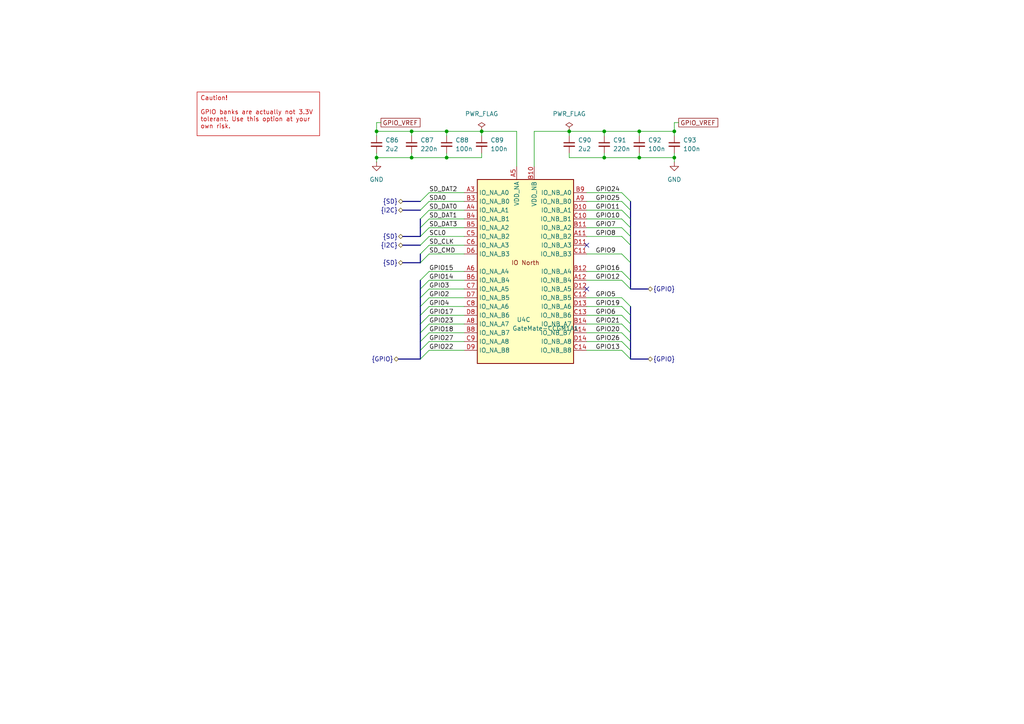
<source format=kicad_sch>
(kicad_sch (version 20250114) (generator "eeschema") (generator_version "9.0")
  (paper "A4")
  (title_block (title "${project_name}") (date "2025-06-24") (rev "${project_version}") (company "${project_creator}") (comment 1 "${project_license}"))
  (lib_symbols
    (symbol "Device:C_Small" (pin_numbers (hide yes)) (pin_names (offset 0.254) (hide yes))
      (property "Reference" "C" (at 0.254 1.778 0))
      (property "Value" "C_Small" (at 0.254 -2.032 0))
      (symbol "C_Small_0_1"
        (polyline (pts (xy -1.524 0.508) (xy 1.524 0.508)) (stroke (width 0.3048)))
        (polyline (pts (xy -1.524 -0.508) (xy 1.524 -0.508)) (stroke (width 0.3302)))
      )
      (symbol "C_Small_1_1"
        (pin passive line (at 0 2.54 270) (length 2.032) (name "~") (number "1"))
        (pin passive line (at 0 -2.54 90) (length 2.032) (name "~") (number "2"))
      )
    )
    (symbol "FPGA_CologneChip_GateMate:CCGM1A1"
      (property "Reference" "U4" (at -2.54 -13.97 0))
      (property "Value" "CCGM1A1" (at -3.81 -16.51 0))
      (symbol "CCGM1A1_1_1"
        (rectangle (start -11.43 7.62) (end 11.43 -7.62) (stroke (width 0.254)) (fill (type background)))
        (text "SERDES" (at 0 0 0) (effects (font (size 1.27 1.27))))
        (pin input line (at -15.24 5.08 0) (length 3.81) (name "SER_RX_P") (number "U11"))
        (pin input line (at -15.24 2.54 0) (length 3.81) (name "SER_RX_N") (number "V11"))
        (pin output line (at 15.24 5.08 180) (length 3.81) (name "SER_TX_P") (number "U13"))
        (pin output line (at 15.24 2.54 180) (length 3.81) (name "SER_TX_N") (number "V13"))
        (pin passive line (at 15.24 -5.08 180) (length 3.81) (name "SER_RTERM") (number "V12"))
      )
      (symbol "CCGM1A1_2_1"
        (rectangle (start 24.13 21.59) (end -24.13 -21.59) (stroke (width 0.254)) (fill (type background)))
        (text "CONFIGURATION" (at -11.43 6.35 0) (effects (font (size 1.27 1.27))))
        (pin bidirectional line (at -27.94 17.78 0) (length 3.81) (name "CFG_MD0/IO_WA_A0") (number "R5"))
        (pin bidirectional line (at -27.94 15.24 0) (length 3.81) (name "CFG_MD1/IO_WA_B0") (number "T5"))
        (pin bidirectional line (at -27.94 12.7 0) (length 3.81) (name "CFG_MD2/IO_WA_A1") (number "U4"))
        (pin bidirectional line (at -27.94 10.16 0) (length 3.81) (name "CFG_MD3/IO_WA_B1") (number "V4"))
        (pin bidirectional line (at -27.94 2.54 0) (length 3.81) (name "JTAG_TCK/IO_WA_A5") (number "R3"))
        (pin bidirectional line (at -27.94 0 0) (length 3.81) (name "JTAG_TMS/IO_WA_B4") (number "T3"))
        (pin bidirectional line (at -27.94 -2.54 0) (length 3.81) (name "JTAG_TDI/IO_WA_A4") (number "T2"))
        (pin bidirectional line (at -27.94 -5.08 0) (length 3.81) (name "JTAG_TDO/IO_WA_B3") (number "U2"))
        (pin bidirectional line (at -27.94 -12.7 0) (length 3.81) (name "POR_EN/IO_WA_A3") (number "U1"))
        (pin power_in line (at 0 25.4 270) (length 3.81) (name "VDD_WA") (number "N5"))
        (pin passive line (at 0 25.4 270) (length 3.81) (hide yes) (name "VDD_WA") (number "P3"))
        (pin passive line (at 0 25.4 270) (length 3.81) (hide yes) (name "VDD_WA") (number "P5"))
        (pin passive line (at 0 25.4 270) (length 3.81) (hide yes) (name "VDD_WA") (number "T1"))
        (pin passive line (at 0 25.4 270) (length 3.81) (hide yes) (name "VDD_WA") (number "U3"))
        (pin bidirectional line (at 27.94 17.78 180) (length 3.81) (name "IO_WA_A2/~{CFG_FAILED}") (number "V2"))
        (pin bidirectional line (at 27.94 15.24 180) (length 3.81) (name "IO_WA_B2/CFG_DONE") (number "V3"))
        (pin bidirectional line (at 27.94 7.62 180) (length 3.81) (name "IO_WA_B7/SPI_D0") (number "P2"))
        (pin bidirectional line (at 27.94 5.08 180) (length 3.81) (name "IO_WA_A7/SPI_D1") (number "P1"))
        (pin bidirectional line (at 27.94 2.54 180) (length 3.81) (name "IO_WA_B6/SPI_D2") (number "R2"))
        (pin bidirectional line (at 27.94 0 180) (length 3.81) (name "IO_WA_A6/SPI_D3") (number "R1"))
        (pin bidirectional line (at 27.94 -7.62 180) (length 3.81) (name "IO_WA_A8/~{SPI_CS}") (number "N3"))
        (pin bidirectional line (at 27.94 -10.16 180) (length 3.81) (name "IO_WA_B8/SPI_CLK") (number "N4"))
        (pin bidirectional line (at 27.94 -15.24 180) (length 3.81) (name "IO_WA_B5/SPI_FWD") (number "R4"))
      )
      (symbol "CCGM1A1_3_1"
        (rectangle (start -13.97 -26.67) (end 13.97 26.67) (stroke (width 0.254)) (fill (type background)))
        (text "IO North" (at 0 2.54 0) (effects (font (size 1.27 1.27))))
        (pin bidirectional line (at -17.78 22.86 0) (length 3.81) (name "IO_NA_A0") (number "A3"))
        (pin bidirectional line (at -17.78 20.32 0) (length 3.81) (name "IO_NA_B0") (number "B3"))
        (pin bidirectional line (at -17.78 17.78 0) (length 3.81) (name "IO_NA_A1") (number "A4"))
        (pin bidirectional line (at -17.78 15.24 0) (length 3.81) (name "IO_NA_B1") (number "B4"))
        (pin bidirectional line (at -17.78 12.7 0) (length 3.81) (name "IO_NA_A2") (number "B5"))
        (pin bidirectional line (at -17.78 10.16 0) (length 3.81) (name "IO_NA_B2") (number "C5"))
        (pin bidirectional line (at -17.78 7.62 0) (length 3.81) (name "IO_NA_A3") (number "C6"))
        (pin bidirectional line (at -17.78 5.08 0) (length 3.81) (name "IO_NA_B3") (number "D6"))
        (pin bidirectional line (at -17.78 0 0) (length 3.81) (name "IO_NA_A4") (number "A6"))
        (pin bidirectional line (at -17.78 -2.54 0) (length 3.81) (name "IO_NA_B4") (number "B6"))
        (pin bidirectional line (at -17.78 -5.08 0) (length 3.81) (name "IO_NA_A5") (number "C7"))
        (pin bidirectional line (at -17.78 -7.62 0) (length 3.81) (name "IO_NA_B5") (number "D7"))
        (pin bidirectional line (at -17.78 -10.16 0) (length 3.81) (name "IO_NA_A6") (number "C8"))
        (pin bidirectional line (at -17.78 -12.7 0) (length 3.81) (name "IO_NA_B6") (number "D8"))
        (pin bidirectional line (at -17.78 -15.24 0) (length 3.81) (name "IO_NA_A7") (number "A8"))
        (pin bidirectional line (at -17.78 -17.78 0) (length 3.81) (name "IO_NA_B7") (number "B8"))
        (pin bidirectional line (at -17.78 -20.32 0) (length 3.81) (name "IO_NA_A8") (number "C9"))
        (pin bidirectional line (at -17.78 -22.86 0) (length 3.81) (name "IO_NA_B8") (number "D9"))
        (pin power_in line (at -2.54 30.48 270) (length 3.81) (name "VDD_NA") (number "A5"))
        (pin passive line (at -2.54 30.48 270) (length 3.81) (hide yes) (name "VDD_NA") (number "B7"))
        (pin passive line (at -2.54 30.48 270) (length 3.81) (hide yes) (name "VDD_NA") (number "E6"))
        (pin passive line (at -2.54 30.48 270) (length 3.81) (hide yes) (name "VDD_NA") (number "E8"))
        (pin passive line (at -2.54 30.48 270) (length 3.81) (hide yes) (name "VDD_NA") (number "F7"))
        (pin power_in line (at 2.54 30.48 270) (length 3.81) (name "VDD_NB") (number "B10"))
        (pin passive line (at 2.54 30.48 270) (length 3.81) (hide yes) (name "VDD_NB") (number "B13"))
        (pin passive line (at 2.54 30.48 270) (length 3.81) (hide yes) (name "VDD_NB") (number "E10"))
        (pin passive line (at 2.54 30.48 270) (length 3.81) (hide yes) (name "VDD_NB") (number "E12"))
        (pin passive line (at 2.54 30.48 270) (length 3.81) (hide yes) (name "VDD_NB") (number "F11"))
        (pin bidirectional line (at 17.78 22.86 180) (length 3.81) (name "IO_NB_A0") (number "B9"))
        (pin bidirectional line (at 17.78 20.32 180) (length 3.81) (name "IO_NB_B0") (number "A9"))
        (pin bidirectional line (at 17.78 17.78 180) (length 3.81) (name "IO_NB_A1") (number "D10"))
        (pin bidirectional line (at 17.78 15.24 180) (length 3.81) (name "IO_NB_B1") (number "C10"))
        (pin bidirectional line (at 17.78 12.7 180) (length 3.81) (name "IO_NB_A2") (number "B11"))
        (pin bidirectional line (at 17.78 10.16 180) (length 3.81) (name "IO_NB_B2") (number "A11"))
        (pin bidirectional line (at 17.78 7.62 180) (length 3.81) (name "IO_NB_A3") (number "D11"))
        (pin bidirectional line (at 17.78 5.08 180) (length 3.81) (name "IO_NB_B3") (number "C11"))
        (pin bidirectional line (at 17.78 0 180) (length 3.81) (name "IO_NB_A4") (number "B12"))
        (pin bidirectional line (at 17.78 -2.54 180) (length 3.81) (name "IO_NB_B4") (number "A12"))
        (pin bidirectional line (at 17.78 -5.08 180) (length 3.81) (name "IO_NB_A5") (number "D12"))
        (pin bidirectional line (at 17.78 -7.62 180) (length 3.81) (name "IO_NB_B5") (number "C12"))
        (pin bidirectional line (at 17.78 -10.16 180) (length 3.81) (name "IO_NB_A6") (number "D13"))
        (pin bidirectional line (at 17.78 -12.7 180) (length 3.81) (name "IO_NB_B6") (number "C13"))
        (pin bidirectional line (at 17.78 -15.24 180) (length 3.81) (name "IO_NB_A7") (number "B14"))
        (pin bidirectional line (at 17.78 -17.78 180) (length 3.81) (name "IO_NB_B7") (number "A14"))
        (pin bidirectional line (at 17.78 -20.32 180) (length 3.81) (name "IO_NB_A8") (number "D14"))
        (pin bidirectional line (at 17.78 -22.86 180) (length 3.81) (name "IO_NB_B8") (number "C14"))
      )
      (symbol "CCGM1A1_4_1"
        (rectangle (start -13.97 -26.67) (end 13.97 26.67) (stroke (width 0.254)) (fill (type background)))
        (text "IO East" (at 0 2.54 0) (effects (font (size 1.27 1.27))))
        (pin bidirectional line (at -17.78 22.86 0) (length 3.81) (name "IO_EA_A0") (number "M15"))
        (pin bidirectional line (at -17.78 20.32 0) (length 3.81) (name "IO_EA_B0") (number "M14"))
        (pin bidirectional line (at -17.78 17.78 0) (length 3.81) (name "IO_EA_A1") (number "L16"))
        (pin bidirectional line (at -17.78 15.24 0) (length 3.81) (name "IO_EA_B1") (number "L15"))
        (pin bidirectional line (at -17.78 12.7 0) (length 3.81) (name "IO_EA_A2") (number "K18"))
        (pin bidirectional line (at -17.78 10.16 0) (length 3.81) (name "IO_EA_B2") (number "K17"))
        (pin bidirectional line (at -17.78 7.62 0) (length 3.81) (name "IO_EA_A3") (number "K16"))
        (pin bidirectional line (at -17.78 5.08 0) (length 3.81) (name "IO_EA_B3") (number "K15"))
        (pin bidirectional line (at -17.78 0 0) (length 3.81) (name "IO_EA_A4") (number "J18"))
        (pin bidirectional line (at -17.78 -2.54 0) (length 3.81) (name "IO_EA_B4") (number "J17"))
        (pin bidirectional line (at -17.78 -5.08 0) (length 3.81) (name "IO_EA_A5") (number "J16"))
        (pin bidirectional line (at -17.78 -7.62 0) (length 3.81) (name "IO_EA_B5") (number "J15"))
        (pin bidirectional line (at -17.78 -10.16 0) (length 3.81) (name "IO_EA_A6") (number "H16"))
        (pin bidirectional line (at -17.78 -12.7 0) (length 3.81) (name "IO_EA_B6") (number "H15"))
        (pin bidirectional line (at -17.78 -15.24 0) (length 3.81) (name "IO_EA_A7") (number "G18"))
        (pin bidirectional line (at -17.78 -17.78 0) (length 3.81) (name "IO_EA_B7") (number "G17"))
        (pin bidirectional line (at -17.78 -20.32 0) (length 3.81) (name "IO_EA_A8") (number "G16"))
        (pin bidirectional line (at -17.78 -22.86 0) (length 3.81) (name "IO_EA_B8") (number "G15"))
        (pin power_in line (at -2.54 30.48 270) (length 3.81) (name "VDD_EA") (number "G14"))
        (pin passive line (at -2.54 30.48 270) (length 3.81) (hide yes) (name "VDD_EA") (number "H17"))
        (pin passive line (at -2.54 30.48 270) (length 3.81) (hide yes) (name "VDD_EA") (number "J14"))
        (pin passive line (at -2.54 30.48 270) (length 3.81) (hide yes) (name "VDD_EA") (number "L14"))
        (pin passive line (at -2.54 30.48 270) (length 3.81) (hide yes) (name "VDD_EA") (number "L17"))
        (pin power_in line (at 2.54 30.48 270) (length 3.81) (name "VDD_EB") (number "A16"))
        (pin passive line (at 2.54 30.48 270) (length 3.81) (hide yes) (name "VDD_EB") (number "B18"))
        (pin passive line (at 2.54 30.48 270) (length 3.81) (hide yes) (name "VDD_EB") (number "E14"))
        (pin passive line (at 2.54 30.48 270) (length 3.81) (hide yes) (name "VDD_EB") (number "E17"))
        (pin passive line (at 2.54 30.48 270) (length 3.81) (hide yes) (name "VDD_EB") (number "F13"))
        (pin bidirectional line (at 17.78 22.86 180) (length 3.81) (name "IO_EB_A0") (number "F18"))
        (pin bidirectional line (at 17.78 20.32 180) (length 3.81) (name "IO_EB_B0") (number "F17"))
        (pin bidirectional line (at 17.78 17.78 180) (length 3.81) (name "IO_EB_A1") (number "F16"))
        (pin bidirectional line (at 17.78 15.24 180) (length 3.81) (name "IO_EB_B1") (number "F15"))
        (pin bidirectional line (at 17.78 12.7 180) (length 3.81) (name "IO_EB_A2") (number "D18"))
        (pin bidirectional line (at 17.78 10.16 180) (length 3.81) (name "IO_EB_B2") (number "D17"))
        (pin bidirectional line (at 17.78 7.62 180) (length 3.81) (name "IO_EB_A3") (number "E16"))
        (pin bidirectional line (at 17.78 5.08 180) (length 3.81) (name "IO_EB_B3") (number "E15"))
        (pin bidirectional line (at 17.78 0 180) (length 3.81) (name "IO_EB_A4") (number "C18"))
        (pin bidirectional line (at 17.78 -2.54 180) (length 3.81) (name "IO_EB_B4") (number "C17"))
        (pin bidirectional line (at 17.78 -5.08 180) (length 3.81) (name "IO_EB_A5") (number "B17"))
        (pin bidirectional line (at 17.78 -7.62 180) (length 3.81) (name "IO_EB_B5") (number "A17"))
        (pin bidirectional line (at 17.78 -10.16 180) (length 3.81) (name "IO_EB_A6") (number "D16"))
        (pin bidirectional line (at 17.78 -12.7 180) (length 3.81) (name "IO_EB_B6") (number "C16"))
        (pin bidirectional line (at 17.78 -15.24 180) (length 3.81) (name "IO_EB_A7") (number "D15"))
        (pin bidirectional line (at 17.78 -17.78 180) (length 3.81) (name "IO_EB_B7") (number "C15"))
        (pin bidirectional line (at 17.78 -20.32 180) (length 3.81) (name "IO_EB_A8") (number "B15"))
        (pin bidirectional line (at 17.78 -22.86 180) (length 3.81) (name "IO_EB_B8") (number "A15"))
      )
      (symbol "CCGM1A1_5_1"
        (rectangle (start -13.97 -26.67) (end 13.97 26.67) (stroke (width 0.254)) (fill (type background)))
        (text "IO South" (at 0 2.54 0) (effects (font (size 1.27 1.27))))
        (pin bidirectional line (at -17.78 22.86 0) (length 3.81) (name "IO_SA_A0") (number "U5"))
        (pin bidirectional line (at -17.78 20.32 0) (length 3.81) (name "IO_SA_B0") (number "V5"))
        (pin bidirectional line (at -17.78 17.78 0) (length 3.81) (name "IO_SA_A1") (number "R6"))
        (pin bidirectional line (at -17.78 15.24 0) (length 3.81) (name "IO_SA_B1") (number "T6"))
        (pin bidirectional line (at -17.78 12.7 0) (length 3.81) (name "IO_SA_A2") (number "R7"))
        (pin bidirectional line (at -17.78 10.16 0) (length 3.81) (name "IO_SA_B2") (number "T7"))
        (pin bidirectional line (at -17.78 7.62 0) (length 3.81) (name "IO_SA_A3") (number "U7"))
        (pin bidirectional line (at -17.78 5.08 0) (length 3.81) (name "IO_SA_B3") (number "V7"))
        (pin bidirectional line (at -17.78 0 0) (length 3.81) (name "IO_SA_A4") (number "R8"))
        (pin bidirectional line (at -17.78 -2.54 0) (length 3.81) (name "IO_SA_B4") (number "T8"))
        (pin bidirectional line (at -17.78 -5.08 0) (length 3.81) (name "IO_SA_A5") (number "U8"))
        (pin bidirectional line (at -17.78 -7.62 0) (length 3.81) (name "IO_SA_B5") (number "V8"))
        (pin bidirectional line (at -17.78 -10.16 0) (length 3.81) (name "IO_SA_A6") (number "R9"))
        (pin bidirectional line (at -17.78 -12.7 0) (length 3.81) (name "IO_SA_B6") (number "T9"))
        (pin bidirectional line (at -17.78 -15.24 0) (length 3.81) (name "IO_SA_A7") (number "R10"))
        (pin bidirectional line (at -17.78 -17.78 0) (length 3.81) (name "IO_SA_B7") (number "T10"))
        (pin bidirectional line (at -17.78 -20.32 0) (length 3.81) (name "IO_SA_A8") (number "U10"))
        (pin bidirectional line (at -17.78 -22.86 0) (length 3.81) (name "IO_SA_B8") (number "V10"))
        (pin passive line (at -2.54 30.48 270) (length 3.81) (hide yes) (name "VDD_SA") (number "P10"))
        (pin power_in line (at -2.54 30.48 270) (length 3.81) (name "VDD_SA") (number "P6"))
        (pin passive line (at -2.54 30.48 270) (length 3.81) (hide yes) (name "VDD_SA") (number "P8"))
        (pin passive line (at -2.54 30.48 270) (length 3.81) (hide yes) (name "VDD_SA") (number "U6"))
        (pin passive line (at -2.54 30.48 270) (length 3.81) (hide yes) (name "VDD_SA") (number "U9"))
        (pin power_in line (at 2.54 30.48 270) (length 3.81) (name "VDD_SB") (number "N11"))
        (pin passive line (at 2.54 30.48 270) (length 3.81) (hide yes) (name "VDD_SB") (number "N13"))
        (pin passive line (at 2.54 30.48 270) (length 3.81) (hide yes) (name "VDD_SB") (number "N18"))
        (pin passive line (at 2.54 30.48 270) (length 3.81) (hide yes) (name "VDD_SB") (number "R15"))
        (pin passive line (at 2.54 30.48 270) (length 3.81) (hide yes) (name "VDD_SB") (number "T18"))
        (pin bidirectional line (at 17.78 22.86 180) (length 3.81) (name "IO_SB_A0") (number "U17"))
        (pin bidirectional line (at 17.78 20.32 180) (length 3.81) (name "IO_SB_B0") (number "U18"))
        (pin bidirectional line (at 17.78 17.78 180) (length 3.81) (name "IO_SB_A1") (number "R17"))
        (pin bidirectional line (at 17.78 15.24 180) (length 3.81) (name "IO_SB_B1") (number "R18"))
        (pin bidirectional line (at 17.78 12.7 180) (length 3.81) (name "IO_SB_A2") (number "P17"))
        (pin bidirectional line (at 17.78 10.16 180) (length 3.81) (name "IO_SB_B2") (number "P18"))
        (pin bidirectional line (at 17.78 7.62 180) (length 3.81) (name "IO_SB_A3") (number "M17"))
        (pin bidirectional line (at 17.78 5.08 180) (length 3.81) (name "IO_SB_B3") (number "M18"))
        (pin bidirectional line (at 17.78 0 180) (length 3.81) (name "IO_SB_A4") (number "P11"))
        (pin bidirectional line (at 17.78 -2.54 180) (length 3.81) (name "IO_SB_B4") (number "R11"))
        (pin bidirectional line (at 17.78 -5.08 180) (length 3.81) (name "CLK3/IO_SB_A5") (number "R13"))
        (pin bidirectional line (at 17.78 -7.62 180) (length 3.81) (name "IO_SB_B5") (number "R14"))
        (pin bidirectional line (at 17.78 -10.16 180) (length 3.81) (name "CLK2/IO_SB_A6") (number "P14"))
        (pin bidirectional line (at 17.78 -12.7 180) (length 3.81) (name "IO_SB_B6") (number "P15"))
        (pin bidirectional line (at 17.78 -15.24 180) (length 3.81) (name "CLK1/IO_SB_A7") (number "P12"))
        (pin bidirectional line (at 17.78 -17.78 180) (length 3.81) (name "IO_SB_B7") (number "P13"))
        (pin bidirectional line (at 17.78 -20.32 180) (length 3.81) (name "CLK0/IO_SB_A8") (number "N14"))
        (pin bidirectional line (at 17.78 -22.86 180) (length 3.81) (name "IO_SB_B8") (number "N15"))
      )
      (symbol "CCGM1A1_6_1"
        (rectangle (start -13.97 -26.67) (end 13.97 26.67) (stroke (width 0.254)) (fill (type background)))
        (text "IO West" (at 0 2.54 0) (effects (font (size 1.27 1.27))))
        (pin bidirectional line (at -17.78 22.86 0) (length 3.81) (name "IO_WB_A0") (number "N1"))
        (pin bidirectional line (at -17.78 20.32 0) (length 3.81) (name "IO_WB_B0") (number "N2"))
        (pin bidirectional line (at -17.78 17.78 0) (length 3.81) (name "IO_WB_A1") (number "M3"))
        (pin bidirectional line (at -17.78 15.24 0) (length 3.81) (name "IO_WB_B1") (number "M4"))
        (pin bidirectional line (at -17.78 12.7 0) (length 3.81) (name "IO_WB_A2") (number "L3"))
        (pin bidirectional line (at -17.78 10.16 0) (length 3.81) (name "IO_WB_B2") (number "L4"))
        (pin bidirectional line (at -17.78 7.62 0) (length 3.81) (name "IO_WB_A3") (number "L1"))
        (pin bidirectional line (at -17.78 5.08 0) (length 3.81) (name "IO_WB_B3") (number "L2"))
        (pin bidirectional line (at -17.78 0 0) (length 3.81) (name "IO_WB_A4") (number "K3"))
        (pin bidirectional line (at -17.78 -2.54 0) (length 3.81) (name "IO_WB_B4") (number "K4"))
        (pin bidirectional line (at -17.78 -5.08 0) (length 3.81) (name "IO_WB_A5") (number "K1"))
        (pin bidirectional line (at -17.78 -7.62 0) (length 3.81) (name "IO_WB_B5") (number "K2"))
        (pin bidirectional line (at -17.78 -10.16 0) (length 3.81) (name "IO_WB_A6") (number "J3"))
        (pin bidirectional line (at -17.78 -12.7 0) (length 3.81) (name "IO_WB_B6") (number "J4"))
        (pin bidirectional line (at -17.78 -15.24 0) (length 3.81) (name "IO_WB_A7") (number "H1"))
        (pin bidirectional line (at -17.78 -17.78 0) (length 3.81) (name "IO_WB_B7") (number "H2"))
        (pin bidirectional line (at -17.78 -20.32 0) (length 3.81) (name "IO_WB_A8") (number "H3"))
        (pin bidirectional line (at -17.78 -22.86 0) (length 3.81) (name "IO_WB_B8") (number "H4"))
        (pin power_in line (at -2.54 30.48 270) (length 3.81) (name "VDD_WB") (number "H5"))
        (pin passive line (at -2.54 30.48 270) (length 3.81) (hide yes) (name "VDD_WB") (number "J2"))
        (pin passive line (at -2.54 30.48 270) (length 3.81) (hide yes) (name "VDD_WB") (number "K5"))
        (pin passive line (at -2.54 30.48 270) (length 3.81) (hide yes) (name "VDD_WB") (number "M2"))
        (pin passive line (at -2.54 30.48 270) (length 3.81) (hide yes) (name "VDD_WB") (number "M5"))
        (pin power_in line (at 2.54 30.48 270) (length 3.81) (name "VDD_WC") (number "A2"))
        (pin passive line (at 2.54 30.48 270) (length 3.81) (hide yes) (name "VDD_WC") (number "C2"))
        (pin passive line (at 2.54 30.48 270) (length 3.81) (hide yes) (name "VDD_WC") (number "D5"))
        (pin passive line (at 2.54 30.48 270) (length 3.81) (hide yes) (name "VDD_WC") (number "F2"))
        (pin passive line (at 2.54 30.48 270) (length 3.81) (hide yes) (name "VDD_WC") (number "F5"))
        (pin bidirectional line (at 17.78 22.86 180) (length 3.81) (name "IO_WC_A0") (number "G1"))
        (pin bidirectional line (at 17.78 20.32 180) (length 3.81) (name "IO_WC_B0") (number "G2"))
        (pin bidirectional line (at 17.78 17.78 180) (length 3.81) (name "IO_WC_A1") (number "G3"))
        (pin bidirectional line (at 17.78 15.24 180) (length 3.81) (name "IO_WC_B1") (number "G4"))
        (pin bidirectional line (at 17.78 12.7 180) (length 3.81) (name "IO_WC_A2") (number "F3"))
        (pin bidirectional line (at 17.78 10.16 180) (length 3.81) (name "IO_WC_B2") (number "F4"))
        (pin bidirectional line (at 17.78 7.62 180) (length 3.81) (name "IO_WC_A3") (number "E1"))
        (pin bidirectional line (at 17.78 5.08 180) (length 3.81) (name "IO_WC_B3") (number "E2"))
        (pin bidirectional line (at 17.78 0 180) (length 3.81) (name "IO_WC_A4") (number "E3"))
        (pin bidirectional line (at 17.78 -2.54 180) (length 3.81) (name "IO_WC_B4") (number "E4"))
        (pin bidirectional line (at 17.78 -5.08 180) (length 3.81) (name "IO_WC_A5") (number "D1"))
        (pin bidirectional line (at 17.78 -7.62 180) (length 3.81) (name "IO_WC_B5") (number "D2"))
        (pin bidirectional line (at 17.78 -10.16 180) (length 3.81) (name "IO_WC_A6") (number "D3"))
        (pin bidirectional line (at 17.78 -12.7 180) (length 3.81) (name "IO_WC_B6") (number "D4"))
        (pin bidirectional line (at 17.78 -15.24 180) (length 3.81) (name "IO_WC_A7") (number "C3"))
        (pin bidirectional line (at 17.78 -17.78 180) (length 3.81) (name "IO_WC_B7") (number "C4"))
        (pin bidirectional line (at 17.78 -20.32 180) (length 3.81) (name "IO_WC_A8") (number "B1"))
        (pin bidirectional line (at 17.78 -22.86 180) (length 3.81) (name "IO_WC_B8") (number "B2"))
      )
      (symbol "CCGM1A1_7_1"
        (rectangle (start -10.16 11.43) (end 10.16 -11.43) (stroke (width 0.254)) (fill (type background)))
        (text "Power" (at 2.54 8.89 0) (effects (font (size 1.27 1.27)) (justify right)))
        (pin power_in line (at -13.97 8.89 0) (length 3.81) (name "VDD") (number "F9"))
        (pin passive line (at -13.97 8.89 0) (length 3.81) (hide yes) (name "VDD") (number "G10"))
        (pin passive line (at -13.97 8.89 0) (length 3.81) (hide yes) (name "VDD") (number "G12"))
        (pin passive line (at -13.97 8.89 0) (length 3.81) (hide yes) (name "VDD") (number "G6"))
        (pin passive line (at -13.97 8.89 0) (length 3.81) (hide yes) (name "VDD") (number "G8"))
        (pin passive line (at -13.97 8.89 0) (length 3.81) (hide yes) (name "VDD") (number "H11"))
        (pin passive line (at -13.97 8.89 0) (length 3.81) (hide yes) (name "VDD") (number "H13"))
        (pin passive line (at -13.97 8.89 0) (length 3.81) (hide yes) (name "VDD") (number "H7"))
        (pin passive line (at -13.97 8.89 0) (length 3.81) (hide yes) (name "VDD") (number "H9"))
        (pin passive line (at -13.97 8.89 0) (length 3.81) (hide yes) (name "VDD") (number "J10"))
        (pin passive line (at -13.97 8.89 0) (length 3.81) (hide yes) (name "VDD") (number "J12"))
        (pin passive line (at -13.97 8.89 0) (length 3.81) (hide yes) (name "VDD") (number "J6"))
        (pin passive line (at -13.97 8.89 0) (length 3.81) (hide yes) (name "VDD") (number "J8"))
        (pin passive line (at -13.97 8.89 0) (length 3.81) (hide yes) (name "VDD") (number "K11"))
        (pin passive line (at -13.97 8.89 0) (length 3.81) (hide yes) (name "VDD") (number "K13"))
        (pin passive line (at -13.97 8.89 0) (length 3.81) (hide yes) (name "VDD") (number "K7"))
        (pin passive line (at -13.97 8.89 0) (length 3.81) (hide yes) (name "VDD") (number "K9"))
        (pin passive line (at -13.97 8.89 0) (length 3.81) (hide yes) (name "VDD") (number "L10"))
        (pin passive line (at -13.97 8.89 0) (length 3.81) (hide yes) (name "VDD") (number "L12"))
        (pin passive line (at -13.97 8.89 0) (length 3.81) (hide yes) (name "VDD") (number "L6"))
        (pin passive line (at -13.97 8.89 0) (length 3.81) (hide yes) (name "VDD") (number "L8"))
        (pin passive line (at -13.97 8.89 0) (length 3.81) (hide yes) (name "VDD") (number "M11"))
        (pin passive line (at -13.97 8.89 0) (length 3.81) (hide yes) (name "VDD") (number "M13"))
        (pin passive line (at -13.97 8.89 0) (length 3.81) (hide yes) (name "VDD") (number "M7"))
        (pin passive line (at -13.97 8.89 0) (length 3.81) (hide yes) (name "VDD") (number "M9"))
        (pin passive line (at -13.97 8.89 0) (length 3.81) (hide yes) (name "VDD") (number "N10"))
        (pin passive line (at -13.97 8.89 0) (length 3.81) (hide yes) (name "VDD") (number "N6"))
        (pin passive line (at -13.97 8.89 0) (length 3.81) (hide yes) (name "VDD") (number "N8"))
        (pin power_in line (at -13.97 3.81 0) (length 3.81) (name "VDD_SER_PLL") (number "T16"))
        (pin passive line (at -13.97 -1.27 0) (length 3.81) (name "VDD_SER") (number "V17"))
        (pin power_in line (at -13.97 -3.81 0) (length 3.81) (name "VDD_SER") (number "U12"))
        (pin power_in line (at -13.97 -8.89 0) (length 3.81) (name "VDD_PLL") (number "P16"))
        (pin power_in line (at 13.97 8.89 180) (length 3.81) (name "GND") (number "A1"))
        (pin passive line (at 13.97 8.89 180) (length 3.81) (hide yes) (name "GND") (number "A10"))
        (pin passive line (at 13.97 8.89 180) (length 3.81) (hide yes) (name "GND") (number "A13"))
        (pin passive line (at 13.97 8.89 180) (length 3.81) (hide yes) (name "GND") (number "A18"))
        (pin passive line (at 13.97 8.89 180) (length 3.81) (hide yes) (name "GND") (number "A7"))
        (pin passive line (at 13.97 8.89 180) (length 3.81) (hide yes) (name "GND") (number "B16"))
        (pin passive line (at 13.97 8.89 180) (length 3.81) (hide yes) (name "GND") (number "C1"))
        (pin passive line (at 13.97 8.89 180) (length 3.81) (hide yes) (name "GND") (number "E11"))
        (pin passive line (at 13.97 8.89 180) (length 3.81) (hide yes) (name "GND") (number "E13"))
        (pin passive line (at 13.97 8.89 180) (length 3.81) (hide yes) (name "GND") (number "E18"))
        (pin passive line (at 13.97 8.89 180) (length 3.81) (hide yes) (name "GND") (number "E5"))
        (pin passive line (at 13.97 8.89 180) (length 3.81) (hide yes) (name "GND") (number "E7"))
        (pin passive line (at 13.97 8.89 180) (length 3.81) (hide yes) (name "GND") (number "E9"))
        (pin passive line (at 13.97 8.89 180) (length 3.81) (hide yes) (name "GND") (number "F1"))
        (pin passive line (at 13.97 8.89 180) (length 3.81) (hide yes) (name "GND") (number "F10"))
        (pin passive line (at 13.97 8.89 180) (length 3.81) (hide yes) (name "GND") (number "F12"))
        (pin passive line (at 13.97 8.89 180) (length 3.81) (hide yes) (name "GND") (number "F14"))
        (pin passive line (at 13.97 8.89 180) (length 3.81) (hide yes) (name "GND") (number "F6"))
        (pin passive line (at 13.97 8.89 180) (length 3.81) (hide yes) (name "GND") (number "F8"))
        (pin passive line (at 13.97 8.89 180) (length 3.81) (hide yes) (name "GND") (number "G11"))
        (pin passive line (at 13.97 8.89 180) (length 3.81) (hide yes) (name "GND") (number "G13"))
        (pin passive line (at 13.97 8.89 180) (length 3.81) (hide yes) (name "GND") (number "G5"))
        (pin passive line (at 13.97 8.89 180) (length 3.81) (hide yes) (name "GND") (number "G7"))
        (pin passive line (at 13.97 8.89 180) (length 3.81) (hide yes) (name "GND") (number "G9"))
        (pin passive line (at 13.97 8.89 180) (length 3.81) (hide yes) (name "GND") (number "H10"))
        (pin passive line (at 13.97 8.89 180) (length 3.81) (hide yes) (name "GND") (number "H12"))
        (pin passive line (at 13.97 8.89 180) (length 3.81) (hide yes) (name "GND") (number "H14"))
        (pin passive line (at 13.97 8.89 180) (length 3.81) (hide yes) (name "GND") (number "H18"))
        (pin passive line (at 13.97 8.89 180) (length 3.81) (hide yes) (name "GND") (number "H6"))
        (pin passive line (at 13.97 8.89 180) (length 3.81) (hide yes) (name "GND") (number "H8"))
        (pin passive line (at 13.97 8.89 180) (length 3.81) (hide yes) (name "GND") (number "J1"))
        (pin passive line (at 13.97 8.89 180) (length 3.81) (hide yes) (name "GND") (number "J11"))
        (pin passive line (at 13.97 8.89 180) (length 3.81) (hide yes) (name "GND") (number "J13"))
        (pin passive line (at 13.97 8.89 180) (length 3.81) (hide yes) (name "GND") (number "J5"))
        (pin passive line (at 13.97 8.89 180) (length 3.81) (hide yes) (name "GND") (number "J7"))
        (pin passive line (at 13.97 8.89 180) (length 3.81) (hide yes) (name "GND") (number "J9"))
        (pin passive line (at 13.97 8.89 180) (length 3.81) (hide yes) (name "GND") (number "K10"))
        (pin passive line (at 13.97 8.89 180) (length 3.81) (hide yes) (name "GND") (number "K12"))
        (pin passive line (at 13.97 8.89 180) (length 3.81) (hide yes) (name "GND") (number "K14"))
        (pin passive line (at 13.97 8.89 180) (length 3.81) (hide yes) (name "GND") (number "K6"))
        (pin passive line (at 13.97 8.89 180) (length 3.81) (hide yes) (name "GND") (number "K8"))
        (pin passive line (at 13.97 8.89 180) (length 3.81) (hide yes) (name "GND") (number "L11"))
        (pin passive line (at 13.97 8.89 180) (length 3.81) (hide yes) (name "GND") (number "L13"))
        (pin passive line (at 13.97 8.89 180) (length 3.81) (hide yes) (name "GND") (number "L18"))
        (pin passive line (at 13.97 8.89 180) (length 3.81) (hide yes) (name "GND") (number "L5"))
        (pin passive line (at 13.97 8.89 180) (length 3.81) (hide yes) (name "GND") (number "L7"))
        (pin passive line (at 13.97 8.89 180) (length 3.81) (hide yes) (name "GND") (number "L9"))
        (pin passive line (at 13.97 8.89 180) (length 3.81) (hide yes) (name "GND") (number "M1"))
        (pin passive line (at 13.97 8.89 180) (length 3.81) (hide yes) (name "GND") (number "M10"))
        (pin passive line (at 13.97 8.89 180) (length 3.81) (hide yes) (name "GND") (number "M12"))
        (pin passive line (at 13.97 8.89 180) (length 3.81) (hide yes) (name "GND") (number "M16"))
        (pin passive line (at 13.97 8.89 180) (length 3.81) (hide yes) (name "GND") (number "M6"))
        (pin passive line (at 13.97 8.89 180) (length 3.81) (hide yes) (name "GND") (number "M8"))
        (pin passive line (at 13.97 8.89 180) (length 3.81) (hide yes) (name "GND") (number "N12"))
        (pin passive line (at 13.97 8.89 180) (length 3.81) (hide yes) (name "GND") (number "N17"))
        (pin passive line (at 13.97 8.89 180) (length 3.81) (hide yes) (name "GND") (number "N7"))
        (pin passive line (at 13.97 8.89 180) (length 3.81) (hide yes) (name "GND") (number "N9"))
        (pin passive line (at 13.97 8.89 180) (length 3.81) (hide yes) (name "GND") (number "P4"))
        (pin passive line (at 13.97 8.89 180) (length 3.81) (hide yes) (name "GND") (number "P7"))
        (pin passive line (at 13.97 8.89 180) (length 3.81) (hide yes) (name "GND") (number "P9"))
        (pin passive line (at 13.97 8.89 180) (length 3.81) (hide yes) (name "GND") (number "R12"))
        (pin passive line (at 13.97 8.89 180) (length 3.81) (hide yes) (name "GND") (number "R16"))
        (pin passive line (at 13.97 8.89 180) (length 3.81) (hide yes) (name "GND") (number "T11"))
        (pin passive line (at 13.97 8.89 180) (length 3.81) (hide yes) (name "GND") (number "T17"))
        (pin passive line (at 13.97 8.89 180) (length 3.81) (hide yes) (name "GND") (number "T4"))
        (pin passive line (at 13.97 8.89 180) (length 3.81) (hide yes) (name "GND") (number "U15"))
        (pin passive line (at 13.97 8.89 180) (length 3.81) (hide yes) (name "GND") (number "V1"))
        (pin passive line (at 13.97 8.89 180) (length 3.81) (hide yes) (name "GND") (number "V18"))
        (pin passive line (at 13.97 8.89 180) (length 3.81) (hide yes) (name "GND") (number "V6"))
        (pin passive line (at 13.97 8.89 180) (length 3.81) (hide yes) (name "GND") (number "V9"))
        (pin passive line (at 13.97 3.81 180) (length 3.81) (name "GND") (number "U14"))
        (pin passive line (at 13.97 1.27 180) (length 3.81) (name "GND") (number "V14"))
        (pin passive line (at 13.97 -1.27 180) (length 3.81) (name "GND") (number "U16"))
        (pin passive line (at 13.97 -3.81 180) (length 3.81) (name "GND") (number "V16"))
        (pin power_in line (at 13.97 -8.89 180) (length 3.81) (name "NC") (number "N16"))
      )
      (symbol "CCGM1A1_8_1"
        (rectangle (start -11.43 8.89) (end 11.43 -8.89) (stroke (width 0.254)) (fill (type background)))
        (pin input line (at -15.24 2.54 0) (length 3.81) (name "SER_CLK") (number "T12"))
        (pin input line (at -15.24 -2.54 0) (length 3.81) (name "SER_CLK_N") (number "T13"))
        (pin power_in line (at 0 12.7 270) (length 3.81) (name "VDD_CLK") (number "T14"))
        (pin input line (at 15.24 2.54 180) (length 3.81) (name "RST_N") (number "T15"))
        (pin passive line (at 15.24 -2.54 180) (length 3.81) (name "POR_ADJ") (number "V15"))
      )
    )
    (symbol "power:GND" (power) (pin_numbers (hide yes)) (pin_names (offset 0) (hide yes))
      (property "Value" "GND" (at 0 -3.81 0))
      (symbol "GND_0_1"
        (polyline (pts (xy 0 0) (xy 0 -1.27) (xy 1.27 -1.27) (xy 0 -2.54) (xy -1.27 -1.27) (xy 0 -1.27)))
      )
      (symbol "GND_1_1"
        (pin power_in line (at 0 0 270) (length 0) (name "~") (number "1"))
      )
    )
    (symbol "power:PWR_FLAG" (power) (pin_numbers (hide yes)) (pin_names (offset 0) (hide yes))
      (property "Value" "PWR_FLAG" (at 0 3.81 0))
      (symbol "PWR_FLAG_0_0"
        (pin power_out line (at 0 0 90) (length 0) (name "~") (number "1"))
      )
      (symbol "PWR_FLAG_0_1"
        (polyline (pts (xy 0 0) (xy 0 1.27) (xy -1.016 1.905) (xy 0 2.54) (xy 1.016 1.905) (xy 0 1.27)))
      )
    )
  )
  (text_box "Caution!\n\nGPIO banks are actually not 3.3V tolerant. Use this option at your own risk." (at 57.15 26.67 0) (size 35.56 12.7) (margins 0.9525 0.9525 0.9525 0.9525) (stroke (width 0) (color 194 0 0 1)) (effects (font (size 1.27 1.27)) (justify left top)))
  (junction (at 175.26 45.72))
  (junction (at 119.38 45.72))
  (junction (at 195.58 38.1))
  (junction (at 119.38 38.1))
  (junction (at 175.26 38.1))
  (junction (at 139.7 38.1))
  (junction (at 109.22 38.1))
  (junction (at 185.42 38.1))
  (junction (at 129.54 45.72))
  (junction (at 165.1 38.1))
  (junction (at 129.54 38.1))
  (junction (at 185.42 45.72))
  (junction (at 109.22 45.72))
  (junction (at 195.58 45.72))
  (no_connect (at 170.18 83.82))
  (no_connect (at 170.18 71.12))
  (bus_entry (at 180.34 73.66) (size 2.54 2.54))
  (bus_entry (at 124.46 55.88) (size -2.54 2.54))
  (bus_entry (at 180.34 101.6) (size 2.54 2.54))
  (bus_entry (at 180.34 58.42) (size 2.54 2.54))
  (bus_entry (at 124.46 68.58) (size -2.54 2.54))
  (bus_entry (at 180.34 55.88) (size 2.54 2.54))
  (bus_entry (at 180.34 68.58) (size 2.54 2.54))
  (bus_entry (at 180.34 88.9) (size 2.54 2.54))
  (bus_entry (at 124.46 83.82) (size -2.54 2.54))
  (bus_entry (at 124.46 86.36) (size -2.54 2.54))
  (bus_entry (at 180.34 66.04) (size 2.54 2.54))
  (bus_entry (at 124.46 101.6) (size -2.54 2.54))
  (bus_entry (at 180.34 63.5) (size 2.54 2.54))
  (bus_entry (at 124.46 73.66) (size -2.54 2.54))
  (bus_entry (at 180.34 93.98) (size 2.54 2.54))
  (bus_entry (at 180.34 91.44) (size 2.54 2.54))
  (bus_entry (at 180.34 78.74) (size 2.54 2.54))
  (bus_entry (at 124.46 88.9) (size -2.54 2.54))
  (bus_entry (at 124.46 91.44) (size -2.54 2.54))
  (bus_entry (at 124.46 60.96) (size -2.54 2.54))
  (bus_entry (at 124.46 78.74) (size -2.54 2.54))
  (bus_entry (at 180.34 60.96) (size 2.54 2.54))
  (bus_entry (at 124.46 93.98) (size -2.54 2.54))
  (bus_entry (at 124.46 96.52) (size -2.54 2.54))
  (bus_entry (at 180.34 99.06) (size 2.54 2.54))
  (bus_entry (at 124.46 71.12) (size -2.54 2.54))
  (bus_entry (at 124.46 58.42) (size -2.54 2.54))
  (bus_entry (at 124.46 63.5) (size -2.54 2.54))
  (bus_entry (at 124.46 66.04) (size -2.54 2.54))
  (bus_entry (at 180.34 86.36) (size 2.54 2.54))
  (bus_entry (at 124.46 99.06) (size -2.54 2.54))
  (bus_entry (at 124.46 81.28) (size -2.54 2.54))
  (bus_entry (at 180.34 81.28) (size 2.54 2.54))
  (bus_entry (at 180.34 96.52) (size 2.54 2.54))
  (bus (pts (xy 115.57 104.14) (xy 121.92 104.14)))
  (bus (pts (xy 121.92 96.52) (xy 121.92 99.06)))
  (wire (pts (xy 170.18 66.04) (xy 180.34 66.04)))
  (wire (pts (xy 109.22 44.45) (xy 109.22 45.72)))
  (bus (pts (xy 121.92 88.9) (xy 121.92 91.44)))
  (wire (pts (xy 124.46 81.28) (xy 134.62 81.28)))
  (wire (pts (xy 124.46 78.74) (xy 134.62 78.74)))
  (wire (pts (xy 175.26 45.72) (xy 185.42 45.72)))
  (wire (pts (xy 154.94 38.1) (xy 154.94 48.26)))
  (wire (pts (xy 139.7 38.1) (xy 149.86 38.1)))
  (wire (pts (xy 124.46 91.44) (xy 134.62 91.44)))
  (wire (pts (xy 124.46 96.52) (xy 134.62 96.52)))
  (wire (pts (xy 170.18 81.28) (xy 180.34 81.28)))
  (wire (pts (xy 170.18 73.66) (xy 180.34 73.66)))
  (bus (pts (xy 182.88 76.2) (xy 182.88 81.28)))
  (wire (pts (xy 170.18 86.36) (xy 180.34 86.36)))
  (bus (pts (xy 121.92 63.5) (xy 121.92 66.04)))
  (bus (pts (xy 116.84 68.58) (xy 121.92 68.58)))
  (bus (pts (xy 121.92 93.98) (xy 121.92 96.52)))
  (bus (pts (xy 182.88 99.06) (xy 182.88 101.6)))
  (bus (pts (xy 121.92 81.28) (xy 121.92 83.82)))
  (wire (pts (xy 124.46 83.82) (xy 134.62 83.82)))
  (bus (pts (xy 182.88 104.14) (xy 187.96 104.14)))
  (wire (pts (xy 196.85 35.56) (xy 195.58 35.56)))
  (wire (pts (xy 124.46 55.88) (xy 134.62 55.88)))
  (wire (pts (xy 170.18 88.9) (xy 180.34 88.9)))
  (wire (pts (xy 195.58 35.56) (xy 195.58 38.1)))
  (bus (pts (xy 116.84 76.2) (xy 121.92 76.2)))
  (bus (pts (xy 182.88 71.12) (xy 182.88 76.2)))
  (wire (pts (xy 124.46 86.36) (xy 134.62 86.36)))
  (bus (pts (xy 182.88 81.28) (xy 182.88 83.82)))
  (bus (pts (xy 182.88 88.9) (xy 182.88 91.44)))
  (wire (pts (xy 175.26 38.1) (xy 175.26 39.37)))
  (bus (pts (xy 182.88 60.96) (xy 182.88 63.5)))
  (wire (pts (xy 109.22 35.56) (xy 110.49 35.56)))
  (wire (pts (xy 124.46 101.6) (xy 134.62 101.6)))
  (bus (pts (xy 121.92 86.36) (xy 121.92 88.9)))
  (wire (pts (xy 124.46 66.04) (xy 134.62 66.04)))
  (wire (pts (xy 129.54 44.45) (xy 129.54 45.72)))
  (wire (pts (xy 109.22 38.1) (xy 119.38 38.1)))
  (wire (pts (xy 124.46 58.42) (xy 134.62 58.42)))
  (wire (pts (xy 124.46 99.06) (xy 134.62 99.06)))
  (wire (pts (xy 129.54 38.1) (xy 139.7 38.1)))
  (wire (pts (xy 124.46 60.96) (xy 134.62 60.96)))
  (wire (pts (xy 129.54 38.1) (xy 129.54 39.37)))
  (wire (pts (xy 185.42 38.1) (xy 195.58 38.1)))
  (wire (pts (xy 124.46 71.12) (xy 134.62 71.12)))
  (wire (pts (xy 170.18 91.44) (xy 180.34 91.44)))
  (bus (pts (xy 182.88 91.44) (xy 182.88 93.98)))
  (wire (pts (xy 165.1 38.1) (xy 154.94 38.1)))
  (wire (pts (xy 109.22 45.72) (xy 119.38 45.72)))
  (bus (pts (xy 182.88 93.98) (xy 182.88 96.52)))
  (wire (pts (xy 170.18 60.96) (xy 180.34 60.96)))
  (wire (pts (xy 195.58 45.72) (xy 195.58 46.99)))
  (wire (pts (xy 124.46 73.66) (xy 134.62 73.66)))
  (bus (pts (xy 121.92 66.04) (xy 121.92 68.58)))
  (wire (pts (xy 139.7 38.1) (xy 139.7 39.37)))
  (wire (pts (xy 170.18 55.88) (xy 180.34 55.88)))
  (wire (pts (xy 149.86 48.26) (xy 149.86 38.1)))
  (wire (pts (xy 139.7 45.72) (xy 139.7 44.45)))
  (wire (pts (xy 165.1 39.37) (xy 165.1 38.1)))
  (bus (pts (xy 121.92 104.14) (xy 121.92 101.6)))
  (bus (pts (xy 182.88 66.04) (xy 182.88 68.58)))
  (wire (pts (xy 165.1 38.1) (xy 175.26 38.1)))
  (bus (pts (xy 182.88 68.58) (xy 182.88 71.12)))
  (wire (pts (xy 170.18 93.98) (xy 180.34 93.98)))
  (bus (pts (xy 121.92 83.82) (xy 121.92 86.36)))
  (wire (pts (xy 195.58 38.1) (xy 195.58 39.37)))
  (wire (pts (xy 185.42 38.1) (xy 185.42 39.37)))
  (wire (pts (xy 165.1 45.72) (xy 175.26 45.72)))
  (wire (pts (xy 109.22 35.56) (xy 109.22 38.1)))
  (wire (pts (xy 170.18 78.74) (xy 180.34 78.74)))
  (bus (pts (xy 121.92 60.96) (xy 116.84 60.96)))
  (wire (pts (xy 129.54 45.72) (xy 139.7 45.72)))
  (wire (pts (xy 119.38 38.1) (xy 129.54 38.1)))
  (wire (pts (xy 185.42 45.72) (xy 195.58 45.72)))
  (bus (pts (xy 182.88 83.82) (xy 187.96 83.82)))
  (wire (pts (xy 170.18 68.58) (xy 180.34 68.58)))
  (wire (pts (xy 124.46 68.58) (xy 134.62 68.58)))
  (wire (pts (xy 109.22 39.37) (xy 109.22 38.1)))
  (wire (pts (xy 170.18 99.06) (xy 180.34 99.06)))
  (wire (pts (xy 170.18 63.5) (xy 180.34 63.5)))
  (bus (pts (xy 182.88 58.42) (xy 182.88 60.96)))
  (wire (pts (xy 124.46 63.5) (xy 134.62 63.5)))
  (bus (pts (xy 182.88 101.6) (xy 182.88 104.14)))
  (bus (pts (xy 182.88 63.5) (xy 182.88 66.04)))
  (wire (pts (xy 170.18 58.42) (xy 180.34 58.42)))
  (wire (pts (xy 170.18 96.52) (xy 180.34 96.52)))
  (wire (pts (xy 109.22 45.72) (xy 109.22 46.99)))
  (bus (pts (xy 121.92 71.12) (xy 116.84 71.12)))
  (wire (pts (xy 124.46 88.9) (xy 134.62 88.9)))
  (wire (pts (xy 119.38 45.72) (xy 129.54 45.72)))
  (wire (pts (xy 175.26 38.1) (xy 185.42 38.1)))
  (wire (pts (xy 195.58 45.72) (xy 195.58 44.45)))
  (bus (pts (xy 116.84 58.42) (xy 121.92 58.42)))
  (wire (pts (xy 185.42 44.45) (xy 185.42 45.72)))
  (wire (pts (xy 165.1 44.45) (xy 165.1 45.72)))
  (wire (pts (xy 119.38 44.45) (xy 119.38 45.72)))
  (bus (pts (xy 182.88 96.52) (xy 182.88 99.06)))
  (wire (pts (xy 175.26 44.45) (xy 175.26 45.72)))
  (bus (pts (xy 121.92 73.66) (xy 121.92 76.2)))
  (bus (pts (xy 121.92 99.06) (xy 121.92 101.6)))
  (wire (pts (xy 119.38 38.1) (xy 119.38 39.37)))
  (wire (pts (xy 170.18 101.6) (xy 180.34 101.6)))
  (bus (pts (xy 121.92 91.44) (xy 121.92 93.98)))
  (wire (pts (xy 124.46 93.98) (xy 134.62 93.98)))
  (label "GPIO27" (at 124.46 99.06 0))
  (label "SD_CLK" (at 124.46 71.12 0))
  (label "GPIO8" (at 172.72 68.58 0))
  (label "GPIO3" (at 124.46 83.82 0))
  (label "GPIO22" (at 124.46 101.6 0))
  (label "GPIO17" (at 124.46 91.44 0))
  (label "SD_CMD" (at 124.46 73.66 0))
  (label "GPIO7" (at 172.72 66.04 0))
  (label "GPIO16" (at 172.72 78.74 0))
  (label "GPIO15" (at 124.46 78.74 0))
  (label "GPIO18" (at 124.46 96.52 0))
  (label "SDA0" (at 124.46 58.42 0))
  (label "GPIO20" (at 172.72 96.52 0))
  (label "SD_DAT3" (at 124.46 66.04 0))
  (label "SCL0" (at 124.46 68.58 0))
  (label "GPIO23" (at 124.46 93.98 0))
  (label "GPIO5" (at 172.72 86.36 0))
  (label "SD_DAT1" (at 124.46 63.5 0))
  (label "GPIO25" (at 172.72 58.42 0))
  (label "SD_DAT2" (at 124.46 55.88 0))
  (label "GPIO12" (at 172.72 81.28 0))
  (label "GPIO26" (at 172.72 99.06 0))
  (label "GPIO21" (at 172.72 93.98 0))
  (label "GPIO11" (at 172.72 60.96 0))
  (label "GPIO10" (at 172.72 63.5 0))
  (label "GPIO4" (at 124.46 88.9 0))
  (label "GPIO9" (at 172.72 73.66 0))
  (label "GPIO13" (at 172.72 101.6 0))
  (label "GPIO6" (at 172.72 91.44 0))
  (label "GPIO19" (at 172.72 88.9 0))
  (label "GPIO2" (at 124.46 86.36 0))
  (label "GPIO24" (at 172.72 55.88 0))
  (label "GPIO14" (at 124.46 81.28 0))
  (label "SD_DAT0" (at 124.46 60.96 0))
  (global_label "GPIO_VREF" (shape passive) (at 196.85 35.56 0) (property "Intersheetrefs" "${INTERSHEET_REFS}" (effects (hide yes))))
  (global_label "GPIO_VREF" (shape passive) (at 110.49 35.56 0) (property "Intersheetrefs" "${INTERSHEET_REFS}" (effects (hide yes))))
  (hierarchical_label "{SD}" (shape bidirectional) (at 116.84 76.2 180))
  (hierarchical_label "{SD}" (shape bidirectional) (at 116.84 68.58 180))
  (hierarchical_label "{I2C}" (shape bidirectional) (at 116.84 71.12 180))
  (hierarchical_label "{SD}" (shape bidirectional) (at 116.84 58.42 180))
  (hierarchical_label "{GPIO}" (shape bidirectional) (at 187.96 104.14 0))
  (hierarchical_label "{I2C}" (shape bidirectional) (at 116.84 60.96 180))
  (hierarchical_label "{GPIO}" (shape bidirectional) (at 115.57 104.14 180))
  (hierarchical_label "{GPIO}" (shape bidirectional) (at 187.96 83.82 0))
  (symbol (lib_id "power:PWR_FLAG") (at 139.7 38.1 0) (unit 1)
    (property "Reference" "#FLG017" (effects (hide yes)))
    (property "Value" "PWR_FLAG" (at 139.7 33.02 0))
    (property "Description" "Special symbol for telling ERC where power comes from" (effects (hide yes)))
  )
  (symbol (lib_id "Device:C_Small") (at 139.7 41.91 0) (unit 1)
    (property "Reference" "C89" (at 142.24 40.6463 0) (effects (justify left)))
    (property "Value" "100n" (at 142.24 43.1863 0) (effects (justify left)))
    (property "Footprint" "Capacitor_SMD:C_0402_1005Metric" (effects (hide yes)))
  )
  (symbol (lib_id "Device:C_Small") (at 109.22 41.91 0) (unit 1)
    (property "Reference" "C86" (at 111.76 40.6463 0) (effects (justify left)))
    (property "Value" "2u2" (at 111.76 43.1863 0) (effects (justify left)))
    (property "Footprint" "Capacitor_SMD:C_0402_1005Metric" (effects (hide yes)))
  )
  (symbol (lib_id "Device:C_Small") (at 195.58 41.91 0) (unit 1)
    (property "Reference" "C93" (at 198.12 40.6463 0) (effects (justify left)))
    (property "Value" "100n" (at 198.12 43.1863 0) (effects (justify left)))
    (property "Footprint" "Capacitor_SMD:C_0402_1005Metric" (effects (hide yes)))
  )
  (symbol (lib_id "Device:C_Small") (at 175.26 41.91 0) (unit 1)
    (property "Reference" "C91" (at 177.8 40.6462 0) (effects (justify left)))
    (property "Value" "220n" (at 177.8 43.1862 0) (effects (justify left)))
    (property "Footprint" "Capacitor_SMD:C_0402_1005Metric" (effects (hide yes)))
  )
  (symbol (lib_id "FPGA_CologneChip_GateMate:CCGM1A1") (at 152.4 78.74 0) (unit 3)
    (property "Reference" "U4" (at 149.86 92.71 0) (effects (justify left)))
    (property "Value" "GateMate-CCGM1A1" (at 148.59 95.25 0) (effects (justify left)))
    (property "Footprint" "ulx5m-gs:BGA-324_15.0x15.0mm_Layout18x18_P0.8mm_Ball0.45mm_Pad0.4mm_NSMD" (effects (hide yes)))
    (property "Datasheet" "https://colognechip.com/docs/ds1001-gatemate1-datasheet-2022-05.pdf" (effects (hide yes)))
  )
  (symbol (lib_id "power:PWR_FLAG") (at 165.1 38.1 0) (unit 1)
    (property "Reference" "#FLG016" (effects (hide yes)))
    (property "Value" "PWR_FLAG" (at 165.1 33.02 0))
    (property "Description" "Special symbol for telling ERC where power comes from" (effects (hide yes)))
  )
  (symbol (lib_id "power:GND") (at 195.58 46.99 0) (unit 1)
    (property "Reference" "#PWR092" (effects (hide yes)))
    (property "Value" "GND" (at 195.58 52.07 0))
    (property "Description" "Power symbol creates a global label with name \"GND\" , ground" (effects (hide yes)))
  )
  (symbol (lib_id "Device:C_Small") (at 165.1 41.91 0) (unit 1)
    (property "Reference" "C90" (at 167.64 40.6463 0) (effects (justify left)))
    (property "Value" "2u2" (at 167.64 43.1863 0) (effects (justify left)))
    (property "Footprint" "Capacitor_SMD:C_0402_1005Metric" (effects (hide yes)))
  )
  (symbol (lib_id "Device:C_Small") (at 129.54 41.91 0) (unit 1)
    (property "Reference" "C88" (at 132.08 40.6463 0) (effects (justify left)))
    (property "Value" "100n" (at 132.08 43.1863 0) (effects (justify left)))
    (property "Footprint" "Capacitor_SMD:C_0402_1005Metric" (effects (hide yes)))
  )
  (symbol (lib_id "Device:C_Small") (at 119.38 41.91 0) (unit 1)
    (property "Reference" "C87" (at 121.92 40.6462 0) (effects (justify left)))
    (property "Value" "220n" (at 121.92 43.1862 0) (effects (justify left)))
    (property "Footprint" "Capacitor_SMD:C_0402_1005Metric" (effects (hide yes)))
  )
  (symbol (lib_id "power:GND") (at 109.22 46.99 0) (unit 1)
    (property "Reference" "#PWR090" (effects (hide yes)))
    (property "Value" "GND" (at 109.22 52.07 0))
    (property "Description" "Power symbol creates a global label with name \"GND\" , ground" (effects (hide yes)))
  )
  (symbol (lib_id "Device:C_Small") (at 185.42 41.91 0) (unit 1)
    (property "Reference" "C92" (at 187.96 40.6463 0) (effects (justify left)))
    (property "Value" "100n" (at 187.96 43.1863 0) (effects (justify left)))
    (property "Footprint" "Capacitor_SMD:C_0402_1005Metric" (effects (hide yes)))
  )
)
</source>
